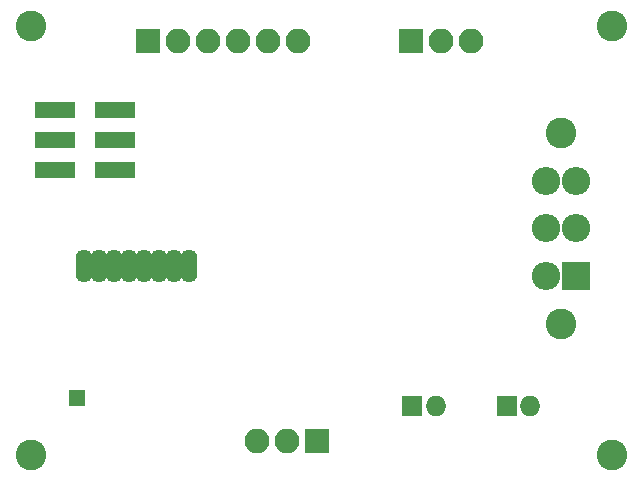
<source format=gts>
G04 #@! TF.FileFunction,Soldermask,Top*
%FSLAX46Y46*%
G04 Gerber Fmt 4.6, Leading zero omitted, Abs format (unit mm)*
G04 Created by KiCad (PCBNEW 4.0.4-stable) date Thursday, September 28, 2017 'PMt' 10:00:37 PM*
%MOMM*%
%LPD*%
G01*
G04 APERTURE LIST*
%ADD10C,0.100000*%
%ADD11C,2.600000*%
%ADD12R,2.100000X2.100000*%
%ADD13O,2.100000X2.100000*%
%ADD14O,1.400000X2.800000*%
%ADD15R,1.400000X1.400000*%
%ADD16R,3.400000X1.400000*%
%ADD17R,1.750000X1.750000*%
%ADD18O,1.750000X1.750000*%
%ADD19R,2.400000X2.400000*%
%ADD20O,2.400000X2.400000*%
G04 APERTURE END LIST*
D10*
D11*
X139300000Y-131000000D03*
X139300000Y-94700000D03*
X90100000Y-131000000D03*
D12*
X114380000Y-129800000D03*
D13*
X111840000Y-129800000D03*
X109300000Y-129800000D03*
D14*
X98465000Y-114970000D03*
X99735000Y-114970000D03*
X97195000Y-114970000D03*
X101005000Y-114970000D03*
X102275000Y-114970000D03*
X95925000Y-114970000D03*
X103545000Y-114970000D03*
X94655000Y-114970000D03*
D15*
X94000000Y-126170000D03*
D12*
X100000000Y-95900000D03*
D13*
X102540000Y-95900000D03*
X105080000Y-95900000D03*
X107620000Y-95900000D03*
X110160000Y-95900000D03*
X112700000Y-95900000D03*
D12*
X122300000Y-95900000D03*
D13*
X124840000Y-95900000D03*
X127380000Y-95900000D03*
D16*
X92180000Y-106840000D03*
X97220000Y-106840000D03*
X92180000Y-104300000D03*
X97220000Y-104300000D03*
X92180000Y-101760000D03*
X97220000Y-101760000D03*
D11*
X90100000Y-94700000D03*
D17*
X122400000Y-126800000D03*
D18*
X124400000Y-126800000D03*
D17*
X130400000Y-126800000D03*
D18*
X132400000Y-126800000D03*
D19*
X136250000Y-115800000D03*
D20*
X136250000Y-111800000D03*
X136250000Y-107800000D03*
X133750000Y-115800000D03*
X133750000Y-111800000D03*
X133750000Y-107800000D03*
D11*
X135000000Y-119900000D03*
X135000000Y-119900000D03*
X135000000Y-103700000D03*
M02*

</source>
